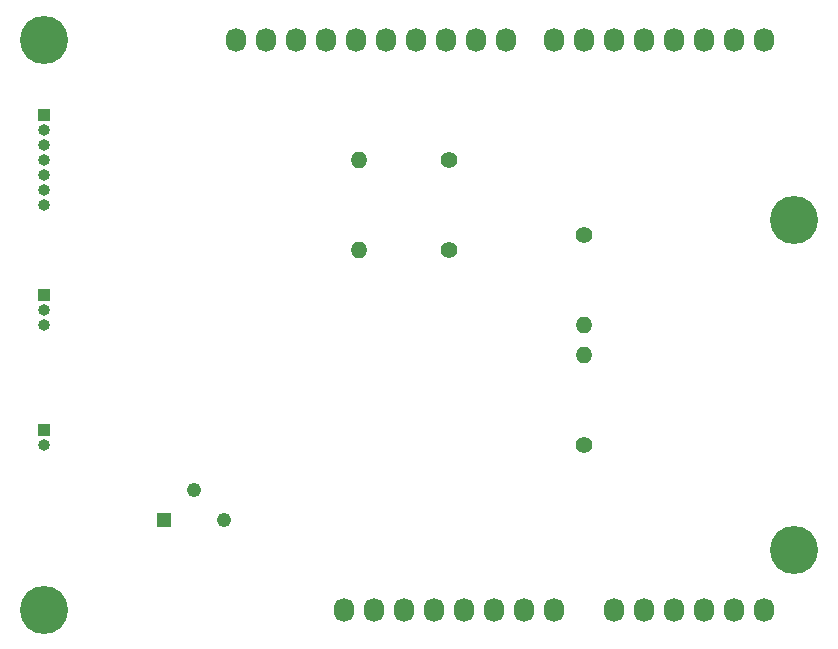
<source format=gbs>
G04 #@! TF.GenerationSoftware,KiCad,Pcbnew,(6.0.4)*
G04 #@! TF.CreationDate,2022-05-08T20:33:45-07:00*
G04 #@! TF.ProjectId,PCB_Design,5043425f-4465-4736-9967-6e2e6b696361,rev?*
G04 #@! TF.SameCoordinates,Original*
G04 #@! TF.FileFunction,Soldermask,Bot*
G04 #@! TF.FilePolarity,Negative*
%FSLAX46Y46*%
G04 Gerber Fmt 4.6, Leading zero omitted, Abs format (unit mm)*
G04 Created by KiCad (PCBNEW (6.0.4)) date 2022-05-08 20:33:45*
%MOMM*%
%LPD*%
G01*
G04 APERTURE LIST*
%ADD10O,1.727200X2.032000*%
%ADD11C,4.064000*%
%ADD12C,1.400000*%
%ADD13O,1.400000X1.400000*%
%ADD14R,1.000000X1.000000*%
%ADD15O,1.000000X1.000000*%
%ADD16R,1.222000X1.222000*%
%ADD17C,1.222000*%
G04 APERTURE END LIST*
D10*
X138938000Y-123825000D03*
X141478000Y-123825000D03*
X144018000Y-123825000D03*
X146558000Y-123825000D03*
X149098000Y-123825000D03*
X151638000Y-123825000D03*
X154178000Y-123825000D03*
X156718000Y-123825000D03*
X161798000Y-123825000D03*
X164338000Y-123825000D03*
X166878000Y-123825000D03*
X169418000Y-123825000D03*
X171958000Y-123825000D03*
X174498000Y-123825000D03*
X129794000Y-75565000D03*
X132334000Y-75565000D03*
X134874000Y-75565000D03*
X137414000Y-75565000D03*
X139954000Y-75565000D03*
X142494000Y-75565000D03*
X145034000Y-75565000D03*
X147574000Y-75565000D03*
X150114000Y-75565000D03*
X152654000Y-75565000D03*
X156718000Y-75565000D03*
X159258000Y-75565000D03*
X161798000Y-75565000D03*
X164338000Y-75565000D03*
X166878000Y-75565000D03*
X169418000Y-75565000D03*
X171958000Y-75565000D03*
X174498000Y-75565000D03*
D11*
X113538000Y-123825000D03*
X177038000Y-118745000D03*
X113538000Y-75565000D03*
X177038000Y-90805000D03*
D12*
X159258000Y-92075000D03*
D13*
X159258000Y-99695000D03*
D14*
X113563000Y-81925000D03*
D15*
X113563000Y-83195000D03*
X113563000Y-84465000D03*
X113563000Y-85735000D03*
X113563000Y-87005000D03*
X113563000Y-88275000D03*
X113563000Y-89545000D03*
D16*
X123698000Y-116205000D03*
D17*
X126238000Y-113665000D03*
X128778000Y-116205000D03*
D12*
X147828000Y-85725000D03*
D13*
X140208000Y-85725000D03*
D14*
X113538000Y-97155000D03*
D15*
X113538000Y-98425000D03*
X113538000Y-99695000D03*
D12*
X147828000Y-93345000D03*
D13*
X140208000Y-93345000D03*
D12*
X159258000Y-109855000D03*
D13*
X159258000Y-102235000D03*
D14*
X113538000Y-108585000D03*
D15*
X113538000Y-109855000D03*
M02*

</source>
